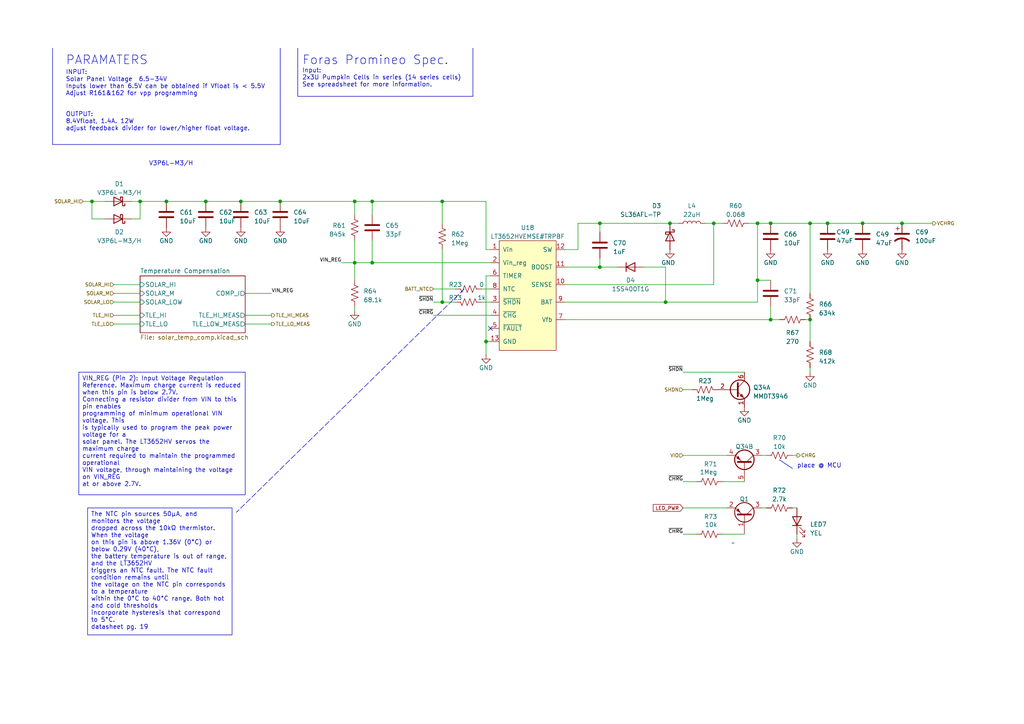
<source format=kicad_sch>
(kicad_sch (version 20230121) (generator eeschema)
  (paper "A4")
  (title_block (company "Sierra Lobo INC."))
  (lib_symbols
    (symbol "Device:C" (pin_numbers hide) (pin_names (offset 0.254))
      (property "Reference" "C" (at 0.635 2.54 0))
      (property "Value" "C" (at 0.635 -2.54 0))
      (symbol "C_0_1"
        (polyline (pts (xy -2.032 -0.762) (xy 2.032 -0.762)) (stroke (width 0.508)))
        (polyline (pts (xy -2.032 0.762) (xy 2.032 0.762)) (stroke (width 0.508)))
      )
      (symbol "C_1_1"
        (pin passive line (at 0 3.81 270) (length 2.794) (name "~") (number "1"))
        (pin passive line (at 0 -3.81 90) (length 2.794) (name "~") (number "2"))
      )
    )
    (symbol "Device:C_Polarized_US" (pin_numbers hide) (pin_names (offset 0.254) hide)
      (property "Reference" "C" (at 0.635 2.54 0))
      (property "Value" "C_Polarized_US" (at 0.635 -2.54 0))
      (symbol "C_Polarized_US_0_1"
        (polyline (pts (xy -2.032 0.762) (xy 2.032 0.762)) (stroke (width 0.508)))
        (polyline (pts (xy -1.778 2.286) (xy -0.762 2.286)))
        (polyline (pts (xy -1.27 1.778) (xy -1.27 2.794)))
        (arc (start 2.032 -1.27) (mid 0 -0.5572) (end -2.032 -1.27) (stroke (width 0.508)))
      )
      (symbol "C_Polarized_US_1_1"
        (pin passive line (at 0 3.81 270) (length 2.794) (name "~") (number "1"))
        (pin passive line (at 0 -3.81 90) (length 3.302) (name "~") (number "2"))
      )
    )
    (symbol "Device:D" (pin_numbers hide) (pin_names (offset 1.016) hide)
      (property "Reference" "D" (at 0 2.54 0))
      (property "Value" "D" (at 0 -2.54 0))
      (symbol "D_0_1"
        (polyline (pts (xy -1.27 1.27) (xy -1.27 -1.27)) (stroke (width 0.254)))
        (polyline (pts (xy 1.27 0) (xy -1.27 0)))
        (polyline (pts (xy 1.27 1.27) (xy 1.27 -1.27) (xy -1.27 0) (xy 1.27 1.27)) (stroke (width 0.254)))
      )
      (symbol "D_1_1"
        (pin passive line (at -3.81 0 0) (length 2.54) (name "K") (number "1"))
        (pin passive line (at 3.81 0 180) (length 2.54) (name "A") (number "2"))
      )
    )
    (symbol "Device:L" (pin_numbers hide) (pin_names (offset 1.016) hide)
      (property "Reference" "L" (at -1.27 0 90))
      (property "Value" "L" (at 1.905 0 90))
      (symbol "L_0_1"
        (arc (start 0 -2.54) (mid 0.6323 -1.905) (end 0 -1.27))
        (arc (start 0 -1.27) (mid 0.6323 -0.635) (end 0 0))
        (arc (start 0 0) (mid 0.6323 0.635) (end 0 1.27))
        (arc (start 0 1.27) (mid 0.6323 1.905) (end 0 2.54))
      )
      (symbol "L_1_1"
        (pin passive line (at 0 3.81 270) (length 1.27) (name "1") (number "1"))
        (pin passive line (at 0 -3.81 90) (length 1.27) (name "2") (number "2"))
      )
    )
    (symbol "Device:LED" (pin_numbers hide) (pin_names (offset 1.016) hide)
      (property "Reference" "D" (at 0 2.54 0))
      (property "Value" "LED" (at 0 -2.54 0))
      (symbol "LED_0_1"
        (polyline (pts (xy -1.27 -1.27) (xy -1.27 1.27)) (stroke (width 0.254)))
        (polyline (pts (xy -1.27 0) (xy 1.27 0)))
        (polyline (pts (xy 1.27 -1.27) (xy 1.27 1.27) (xy -1.27 0) (xy 1.27 -1.27)) (stroke (width 0.254)))
        (polyline (pts (xy -3.048 -0.762) (xy -4.572 -2.286) (xy -3.81 -2.286) (xy -4.572 -2.286) (xy -4.572 -1.524)))
        (polyline (pts (xy -1.778 -0.762) (xy -3.302 -2.286) (xy -2.54 -2.286) (xy -3.302 -2.286) (xy -3.302 -1.524)))
      )
      (symbol "LED_1_1"
        (pin passive line (at -3.81 0 0) (length 2.54) (name "K") (number "1"))
        (pin passive line (at 3.81 0 180) (length 2.54) (name "A") (number "2"))
      )
    )
    (symbol "Device:Q_PNP_BEC" (pin_names (offset 0) hide)
      (property "Reference" "Q" (at 5.08 1.27 0))
      (property "Value" "Q_PNP_BEC" (at 5.08 -1.27 0))
      (symbol "Q_PNP_BEC_0_1"
        (polyline (pts (xy 0.635 0.635) (xy 2.54 2.54)))
        (polyline (pts (xy 0.635 -0.635) (xy 2.54 -2.54) (xy 2.54 -2.54)))
        (polyline (pts (xy 0.635 1.905) (xy 0.635 -1.905) (xy 0.635 -1.905)) (stroke (width 0.508)))
        (polyline (pts (xy 2.286 -1.778) (xy 1.778 -2.286) (xy 1.27 -1.27) (xy 2.286 -1.778) (xy 2.286 -1.778)) (fill (type outline)))
        (circle (center 1.27 0) (radius 2.8194) (stroke (width 0.254)))
      )
      (symbol "Q_PNP_BEC_1_1"
        (pin input line (at -5.08 0 0) (length 5.715) (name "B") (number "1"))
        (pin passive line (at 2.54 -5.08 90) (length 2.54) (name "E") (number "2"))
        (pin passive line (at 2.54 5.08 270) (length 2.54) (name "C") (number "3"))
      )
    )
    (symbol "Device:R_US" (pin_numbers hide) (pin_names (offset 0))
      (property "Reference" "R" (at 2.54 0 90))
      (property "Value" "R_US" (at -2.54 0 90))
      (symbol "R_US_0_1"
        (polyline (pts (xy 0 -2.286) (xy 0 -2.54)))
        (polyline (pts (xy 0 2.286) (xy 0 2.54)))
        (polyline (pts (xy 0 -0.762) (xy 1.016 -1.143) (xy 0 -1.524) (xy -1.016 -1.905) (xy 0 -2.286)))
        (polyline (pts (xy 0 0.762) (xy 1.016 0.381) (xy 0 0) (xy -1.016 -0.381) (xy 0 -0.762)))
        (polyline (pts (xy 0 2.286) (xy 1.016 1.905) (xy 0 1.524) (xy -1.016 1.143) (xy 0 0.762)))
      )
      (symbol "R_US_1_1"
        (pin passive line (at 0 3.81 270) (length 1.27) (name "~") (number "1"))
        (pin passive line (at 0 -3.81 90) (length 1.27) (name "~") (number "2"))
      )
    )
    (symbol "SierraLobo:LTC3652HV" (pin_names (offset 1.016))
      (property "Reference" "U" (at 0 3.81 0))
      (property "Value" "LTC3652HV" (at 0 1.27 0))
      (symbol "LTC3652HV_0_1"
        (rectangle (start -8.89 0) (end 7.62 -31.75) (fill (type background)))
      )
      (symbol "LTC3652HV_1_1"
        (pin input line (at -11.43 -2.54 0) (length 2.54) (name "Vin") (number "1"))
        (pin input line (at 10.16 -12.7 180) (length 2.54) (name "SENSE") (number "10"))
        (pin input line (at 10.16 -7.62 180) (length 2.54) (name "BOOST") (number "11"))
        (pin input line (at 10.16 -2.54 180) (length 2.54) (name "SW") (number "12"))
        (pin input line (at -11.43 -29.21 0) (length 2.54) (name "GND") (number "13"))
        (pin input line (at -11.43 -6.35 0) (length 2.54) (name "Vin_reg") (number "2"))
        (pin input line (at -11.43 -17.78 0) (length 2.54) (name "~{SHDN}") (number "3"))
        (pin input line (at -11.43 -21.59 0) (length 2.54) (name "~{CHG}") (number "4"))
        (pin input line (at -11.43 -25.4 0) (length 2.54) (name "~{FAULT}") (number "5"))
        (pin input line (at -11.43 -10.16 0) (length 2.54) (name "TIMER") (number "6"))
        (pin input line (at 10.16 -22.86 180) (length 2.54) (name "Vfb") (number "7"))
        (pin input line (at -11.43 -13.97 0) (length 2.54) (name "NTC") (number "8"))
        (pin input line (at 10.16 -17.78 180) (length 2.54) (name "BAT") (number "9"))
      )
    )
    (symbol "Transistor_BJT:MMDT3946" (pin_names (offset 0) hide)
      (property "Reference" "Q" (at 5.08 1.27 0))
      (property "Value" "MMDT3946" (at 5.08 -1.27 0))
      (symbol "MMDT3946_0_1"
        (polyline (pts (xy 0.635 0) (xy -2.54 0)))
        (circle (center 1.27 0) (radius 2.8194) (stroke (width 0.254)))
        (circle (center 1.27 0) (radius 2.8194) (stroke (width 0.254)))
      )
      (symbol "MMDT3946_1_1"
        (polyline (pts (xy 0.635 0.635) (xy 2.54 2.54)))
        (polyline (pts (xy 0.635 -0.635) (xy 2.54 -2.54) (xy 2.54 -2.54)))
        (polyline (pts (xy 0.635 1.905) (xy 0.635 -1.905) (xy 0.635 -1.905)) (stroke (width 0.508)))
        (polyline (pts (xy 1.27 -1.778) (xy 1.778 -1.27) (xy 2.286 -2.286) (xy 1.27 -1.778) (xy 1.27 -1.778)) (fill (type outline)))
        (pin passive line (at 2.54 -5.08 90) (length 2.54) (name "E1") (number "1"))
        (pin input line (at -5.08 0 0) (length 2.54) (name "B1") (number "2"))
        (pin passive line (at 2.54 5.08 270) (length 2.54) (name "C1") (number "6"))
      )
      (symbol "MMDT3946_2_1"
        (polyline (pts (xy 0.635 0.635) (xy 2.54 2.54)))
        (polyline (pts (xy 0.635 -0.635) (xy 2.54 -2.54) (xy 2.54 -2.54)))
        (polyline (pts (xy 0.635 1.905) (xy 0.635 -1.905) (xy 0.635 -1.905)) (stroke (width 0.508)))
        (polyline (pts (xy 2.286 -1.778) (xy 1.778 -2.286) (xy 1.27 -1.27) (xy 2.286 -1.778) (xy 2.286 -1.778)) (fill (type outline)))
        (pin passive line (at 2.54 5.08 270) (length 2.54) (name "C2") (number "3"))
        (pin passive line (at 2.54 -5.08 90) (length 2.54) (name "E2") (number "4"))
        (pin input line (at -5.08 0 0) (length 2.54) (name "B2") (number "5"))
      )
    )
    (symbol "mainboard-rescue:D_Schottky-Device-mainboard-rescue" (pin_numbers hide) (pin_names (offset 1.016) hide)
      (property "Reference" "D" (at 0 2.54 0))
      (property "Value" "D_Schottky-Device-mainboard-rescue" (at 0 -2.54 0))
      (symbol "D_Schottky-Device-mainboard-rescue_0_1"
        (polyline (pts (xy 1.27 0) (xy -1.27 0)))
        (polyline (pts (xy 1.27 1.27) (xy 1.27 -1.27) (xy -1.27 0) (xy 1.27 1.27)) (stroke (width 0.254)))
        (polyline (pts (xy -1.905 0.635) (xy -1.905 1.27) (xy -1.27 1.27) (xy -1.27 -1.27) (xy -0.635 -1.27) (xy -0.635 -0.635)) (stroke (width 0.254)))
      )
      (symbol "D_Schottky-Device-mainboard-rescue_1_1"
        (pin passive line (at -3.81 0 0) (length 2.54) (name "K") (number "1"))
        (pin passive line (at 3.81 0 180) (length 2.54) (name "A") (number "2"))
      )
    )
    (symbol "power:GND" (power) (pin_names (offset 0))
      (property "Value" "GND" (at 0 -3.81 0))
      (symbol "GND_0_1"
        (polyline (pts (xy 0 0) (xy 0 -1.27) (xy 1.27 -1.27) (xy 0 -2.54) (xy -1.27 -1.27) (xy 0 -1.27)))
      )
      (symbol "GND_1_1"
        (pin power_in line (at 0 0 270) (length 0) hide (name "GND") (number "1"))
      )
    )
  )
  (junction (at 102.87 58.42))
  (junction (at 240.03 64.77))
  (junction (at 261.62 64.77))
  (junction (at 140.97 99.06))
  (junction (at 234.95 64.77))
  (junction (at 173.99 77.47))
  (junction (at 193.04 87.63))
  (junction (at 250.19 64.77))
  (junction (at 207.01 64.77))
  (junction (at 40.64 58.42))
  (junction (at 223.52 64.77))
  (junction (at 128.27 58.42))
  (junction (at 26.67 58.42))
  (junction (at 219.71 81.28))
  (junction (at 69.85 58.42))
  (junction (at 173.99 64.77))
  (junction (at 219.71 64.77))
  (junction (at 223.52 92.71))
  (junction (at 194.31 64.77))
  (junction (at 107.95 76.2))
  (junction (at 102.87 76.2))
  (junction (at 128.27 87.63))
  (junction (at 81.28 58.42))
  (junction (at 59.69 58.42))
  (junction (at 48.26 58.42))
  (junction (at 107.95 58.42))
  (junction (at 234.95 92.71))
  (no_connect (at 142.24 95.25))
  (wire (pts (xy 186.69 77.47) (xy 193.04 77.47)))
  (wire (pts (xy 140.97 72.39) (xy 142.24 72.39)))
  (wire (pts (xy 179.07 77.47) (xy 173.99 77.47)))
  (wire (pts (xy 139.7 83.82) (xy 142.24 83.82)))
  (wire (pts (xy 33.02 82.55) (xy 40.64 82.55)))
  (wire (pts (xy 102.87 81.28) (xy 102.87 76.2)))
  (polyline (pts (xy 15.24 13.97) (xy 15.24 41.91)))
  (wire (pts (xy 207.01 82.55) (xy 207.01 64.77)))
  (polyline (pts (xy 86.36 13.97) (xy 86.36 27.94)))
  (wire (pts (xy 102.87 58.42) (xy 107.95 58.42)))
  (wire (pts (xy 173.99 64.77) (xy 167.64 64.77)))
  (wire (pts (xy 198.12 107.95) (xy 215.9 107.95)))
  (wire (pts (xy 140.97 80.01) (xy 140.97 99.06)))
  (wire (pts (xy 163.83 87.63) (xy 193.04 87.63)))
  (wire (pts (xy 59.69 58.42) (xy 69.85 58.42)))
  (wire (pts (xy 167.64 72.39) (xy 163.83 72.39)))
  (wire (pts (xy 219.71 64.77) (xy 217.17 64.77)))
  (wire (pts (xy 107.95 58.42) (xy 107.95 62.23)))
  (wire (pts (xy 107.95 69.85) (xy 107.95 76.2)))
  (wire (pts (xy 163.83 77.47) (xy 173.99 77.47)))
  (wire (pts (xy 223.52 92.71) (xy 226.06 92.71)))
  (wire (pts (xy 198.12 113.03) (xy 200.66 113.03)))
  (wire (pts (xy 128.27 87.63) (xy 132.08 87.63)))
  (wire (pts (xy 99.06 76.2) (xy 102.87 76.2)))
  (wire (pts (xy 40.64 58.42) (xy 48.26 58.42)))
  (wire (pts (xy 219.71 64.77) (xy 223.52 64.77)))
  (wire (pts (xy 132.08 83.82) (xy 125.73 83.82)))
  (wire (pts (xy 107.95 58.42) (xy 128.27 58.42)))
  (wire (pts (xy 38.1 58.42) (xy 40.64 58.42)))
  (polyline (pts (xy 134.62 83.82) (xy 68.58 148.59)) (stroke (width 0) (type dash)))
  (wire (pts (xy 234.95 64.77) (xy 240.03 64.77)))
  (wire (pts (xy 140.97 72.39) (xy 140.97 58.42)))
  (wire (pts (xy 33.02 85.09) (xy 40.64 85.09)))
  (wire (pts (xy 163.83 92.71) (xy 223.52 92.71)))
  (wire (pts (xy 222.25 132.08) (xy 220.98 132.08)))
  (wire (pts (xy 71.12 85.09) (xy 78.74 85.09)))
  (wire (pts (xy 26.67 58.42) (xy 30.48 58.42)))
  (wire (pts (xy 128.27 58.42) (xy 140.97 58.42)))
  (wire (pts (xy 198.12 154.94) (xy 201.93 154.94)))
  (wire (pts (xy 220.98 147.32) (xy 222.25 147.32)))
  (polyline (pts (xy 15.24 41.91) (xy 81.28 41.91)))
  (wire (pts (xy 71.12 93.98) (xy 78.74 93.98)))
  (wire (pts (xy 193.04 87.63) (xy 219.71 87.63)))
  (wire (pts (xy 204.47 64.77) (xy 207.01 64.77)))
  (wire (pts (xy 139.7 87.63) (xy 142.24 87.63)))
  (wire (pts (xy 231.14 156.21) (xy 231.14 154.94)))
  (wire (pts (xy 102.87 69.85) (xy 102.87 76.2)))
  (wire (pts (xy 33.02 91.44) (xy 40.64 91.44)))
  (wire (pts (xy 48.26 58.42) (xy 59.69 58.42)))
  (wire (pts (xy 240.03 64.77) (xy 250.19 64.77)))
  (wire (pts (xy 198.12 139.7) (xy 201.93 139.7)))
  (wire (pts (xy 219.71 87.63) (xy 219.71 81.28)))
  (wire (pts (xy 71.12 91.44) (xy 78.74 91.44)))
  (wire (pts (xy 24.13 58.42) (xy 26.67 58.42)))
  (wire (pts (xy 102.87 90.17) (xy 102.87 88.9)))
  (wire (pts (xy 198.12 147.32) (xy 210.82 147.32)))
  (wire (pts (xy 231.14 132.08) (xy 229.87 132.08)))
  (wire (pts (xy 261.62 64.77) (xy 270.51 64.77)))
  (wire (pts (xy 125.73 91.44) (xy 142.24 91.44)))
  (wire (pts (xy 173.99 74.93) (xy 173.99 77.47)))
  (wire (pts (xy 234.95 107.95) (xy 234.95 106.68)))
  (wire (pts (xy 69.85 58.42) (xy 81.28 58.42)))
  (wire (pts (xy 38.1 63.5) (xy 40.64 63.5)))
  (wire (pts (xy 167.64 64.77) (xy 167.64 72.39)))
  (wire (pts (xy 102.87 76.2) (xy 107.95 76.2)))
  (wire (pts (xy 40.64 63.5) (xy 40.64 58.42)))
  (wire (pts (xy 219.71 81.28) (xy 223.52 81.28)))
  (wire (pts (xy 125.73 87.63) (xy 128.27 87.63)))
  (wire (pts (xy 219.71 81.28) (xy 219.71 64.77)))
  (polyline (pts (xy 226.06 133.35) (xy 229.87 135.89)))
  (wire (pts (xy 173.99 67.31) (xy 173.99 64.77)))
  (wire (pts (xy 231.14 147.32) (xy 229.87 147.32)))
  (wire (pts (xy 163.83 82.55) (xy 207.01 82.55)))
  (wire (pts (xy 107.95 76.2) (xy 142.24 76.2)))
  (polyline (pts (xy 137.16 13.97) (xy 137.16 27.94)))
  (wire (pts (xy 234.95 64.77) (xy 234.95 85.09)))
  (wire (pts (xy 250.19 64.77) (xy 261.62 64.77)))
  (wire (pts (xy 140.97 99.06) (xy 140.97 102.87)))
  (wire (pts (xy 223.52 88.9) (xy 223.52 92.71)))
  (wire (pts (xy 33.02 87.63) (xy 40.64 87.63)))
  (wire (pts (xy 102.87 58.42) (xy 102.87 62.23)))
  (polyline (pts (xy 86.36 27.94) (xy 137.16 27.94)))
  (wire (pts (xy 209.55 139.7) (xy 215.9 139.7)))
  (wire (pts (xy 233.68 92.71) (xy 234.95 92.71)))
  (wire (pts (xy 81.28 58.42) (xy 102.87 58.42)))
  (polyline (pts (xy 81.28 13.97) (xy 81.28 41.91)))
  (wire (pts (xy 196.85 64.77) (xy 194.31 64.77)))
  (wire (pts (xy 128.27 58.42) (xy 128.27 64.77)))
  (wire (pts (xy 140.97 80.01) (xy 142.24 80.01)))
  (wire (pts (xy 207.01 64.77) (xy 209.55 64.77)))
  (wire (pts (xy 223.52 64.77) (xy 234.95 64.77)))
  (wire (pts (xy 140.97 99.06) (xy 142.24 99.06)))
  (wire (pts (xy 209.55 154.94) (xy 215.9 154.94)))
  (wire (pts (xy 26.67 58.42) (xy 26.67 63.5)))
  (wire (pts (xy 173.99 64.77) (xy 194.31 64.77)))
  (wire (pts (xy 193.04 77.47) (xy 193.04 87.63)))
  (wire (pts (xy 26.67 63.5) (xy 30.48 63.5)))
  (wire (pts (xy 198.12 132.08) (xy 210.82 132.08)))
  (wire (pts (xy 234.95 92.71) (xy 234.95 99.06)))
  (wire (pts (xy 128.27 72.39) (xy 128.27 87.63)))
  (wire (pts (xy 33.02 93.98) (xy 40.64 93.98)))
  (text_box "The NTC pin sources 50µA, and monitors the voltage\ndropped across the 10kΩ thermistor. When the voltage\non this pin is above 1.36V (0°C) or below 0.29V (40°C),\nthe battery temperature is out of range, and the LT3652HV\ntriggers an NTC fault. The NTC fault condition remains until\nthe voltage on the NTC pin corresponds to a temperature\nwithin the 0°C to 40°C range. Both hot and cold thresholds\nincorporate hysteresis that correspond to 5°C.\ndatasheet pg. 19" (at 25.4 147.32 0) (size 41.91 36.83) (effects (font (size 1.27 1.27)) (justify left top)))
  (text_box "VIN_REG (Pin 2): Input Voltage Regulation Reference. Maximum charge current is reduced when this pin is below 2.7V.\nConnecting a resistor divider from VIN to this pin enables\nprogramming of minimum operational VIN voltage. This\nis typically used to program the peak power voltage for a\nsolar panel. The LT3652HV servos the maximum charge\ncurrent required to maintain the programmed operational\nVIN voltage, through maintaining the voltage on VIN_REG\nat or above 2.7V." (at 22.86 107.95 0) (size 48.26 35.56) (effects (font (size 1.27 1.27)) (justify left top)))
  (text "OUTPUT:\n8.4Vfloat, 1.4A. 12W\nadjust feedback divider for lower/higher float voltage.\n" (at 19.05 38.1 0) (effects (font (size 1.27 1.27)) (justify left bottom)))
  (text "INPUT:\nSolar Panel Voltage  6.5-34V\nInputs lower than 6.5V can be obtained if Vfloat is < 5.5V\nAdjust R161&162 for vpp programming" (at 19.05 27.94 0) (effects (font (size 1.27 1.27)) (justify left bottom)))
  (text "Foras Promineo Spec." (at 87.63 19.05 0) (effects (font (size 2.54 2.54)) (justify left bottom)))
  (text "PARAMATERS" (at 19.05 19.05 0) (effects (font (size 2.54 2.54)) (justify left bottom)))
  (text "place @ MCU" (at 231.14 135.89 0) (effects (font (size 1.27 1.27)) (justify left bottom)))
  (text "V3P6L-M3/H\n" (at 43.18 48.26 0) (effects (font (size 1.27 1.27)) (justify left bottom)))
  (text "Input:\n2x3U Pumpkin Cells in series (14 series cells)\nSee spreadsheet for more information." (at 87.63 25.4 0) (effects (font (size 1.27 1.27)) (justify left bottom)))
  (label "~{CHRG}" (at 198.12 154.94 180) (effects (font (size 1.016 1.016))))
  (label "~{CHRG}" (at 125.73 91.44 180) (effects (font (size 1.016 1.016))))
  (label "VIN_REG" (at 78.74 85.09 0) (effects (font (size 1.016 1.016))))
  (label "~{SHDN}" (at 198.12 107.95 180) (effects (font (size 1.016 1.016))))
  (label "VIN_REG" (at 99.06 76.2 180) (effects (font (size 1.016 1.016))))
  (label "~{SHDN}" (at 125.73 87.63 180) (effects (font (size 1.016 1.016))))
  (label "~{CHRG}" (at 198.12 139.7 180) (effects (font (size 1.016 1.016))))
  (global_label "LED_PWR" (shape input) (at 198.12 147.32 180) (effects (font (size 1.016 1.016))) (property "Intersheetrefs" "${INTERSHEET_REFS}" (effects hide)))
  (hierarchical_label "SOLAR_LO" (shape input) (at 33.02 87.63 180) (effects (font (size 1.016 1.016))))
  (hierarchical_label "CHRG" (shape output) (at 231.14 132.08 0) (effects (font (size 1.016 1.016))))
  (hierarchical_label "SOLAR_HI" (shape input) (at 33.02 82.55 180) (effects (font (size 1.016 1.016))))
  (hierarchical_label "SHDN" (shape input) (at 198.12 113.03 180) (effects (font (size 1.016 1.016))))
  (hierarchical_label "SOLAR_M" (shape input) (at 33.02 85.09 180) (effects (font (size 1.016 1.016))))
  (hierarchical_label "TLE_LO" (shape input) (at 33.02 93.98 180) (effects (font (size 1.016 1.016))))
  (hierarchical_label "TLE_HI" (shape input) (at 33.02 91.44 180) (effects (font (size 1.016 1.016))))
  (hierarchical_label "VCHRG" (shape output) (at 270.51 64.77 0) (effects (font (size 1.016 1.016))))
  (hierarchical_label "TLE_HI_MEAS" (shape output) (at 78.74 91.44 0) (effects (font (size 1.016 1.016))))
  (hierarchical_label "SOLAR_HI" (shape input) (at 24.13 58.42 180) (effects (font (size 1.016 1.016))))
  (hierarchical_label "VIO" (shape input) (at 198.12 132.08 180) (effects (font (size 1.016 1.016))))
  (hierarchical_label "TLE_LO_MEAS" (shape output) (at 78.74 93.98 0) (effects (font (size 1.016 1.016))))
  (hierarchical_label "BATT_NTC" (shape input) (at 125.73 83.82 180) (effects (font (size 1.016 1.016))))
  (symbol (lib_id "SierraLobo:LTC3652HV") (at 153.67 69.85 0) (unit 1)
    (property "Reference" "U18" (at 153.035 66.04 0))
    (property "Value" "‎LT3652HVEMSE#TRPBF‎" (at 153.035 68.58 0))
    (property "Footprint" "Package_SO:MSOP-12-1EP_3x4mm_P0.65mm_EP1.65x2.85mm_ThermalVias" (effects hide))
  )
  (symbol (lib_id "Device:C") (at 48.26 62.23 0) (unit 1)
    (property "Reference" "C61" (at 52.07 61.595 0) (effects (justify left)))
    (property "Value" "10uF" (at 52.07 64.135 0) (effects (justify left)))
    (property "Footprint" "Capacitor_SMD:C_1210_3225Metric" (effects hide))
    (property "Datasheet" "CNA6P1X7R1H106K250AE" (effects hide))
  )
  (symbol (lib_id "power:GND") (at 48.26 66.04 0) (unit 1)
    (property "Reference" "#PWR098" (effects hide))
    (property "Value" "GND" (at 48.26 69.85 0))
  )
  (symbol (lib_id "Device:R_US") (at 102.87 66.04 0) (unit 1)
    (property "Reference" "R61" (at 100.33 65.405 0) (effects (justify right)))
    (property "Value" "845k" (at 100.33 67.945 0) (effects (justify right)))
    (property "Footprint" "Resistor_SMD:R_0603_1608Metric" (effects hide))
  )
  (symbol (lib_id "Device:R_US") (at 102.87 85.09 0) (unit 1)
    (property "Reference" "R64" (at 105.41 84.455 0) (effects (justify left)))
    (property "Value" "68.1k" (at 105.41 86.995 0) (effects (justify left)))
    (property "Footprint" "Resistor_SMD:R_0603_1608Metric" (effects hide))
  )
  (symbol (lib_id "power:GND") (at 140.97 102.87 0) (unit 1)
    (property "Reference" "#PWR0108" (effects hide))
    (property "Value" "GND" (at 140.97 106.68 0))
  )
  (symbol (lib_id "Device:C") (at 173.99 71.12 0) (unit 1)
    (property "Reference" "C70" (at 177.8 70.485 0) (effects (justify left)))
    (property "Value" "1uF" (at 177.8 73.025 0) (effects (justify left)))
    (property "Footprint" "Capacitor_SMD:C_0603_1608Metric" (effects hide))
  )
  (symbol (lib_id "mainboard-rescue:D_Schottky-Device-mainboard-rescue") (at 194.31 68.58 270) (unit 1)
    (property "Reference" "D3" (at 191.77 59.69 90) (effects (justify right)))
    (property "Value" "SL36AFL-TP" (at 191.77 62.23 90) (effects (justify right)))
    (property "Footprint" "Diode_SMD:D_SMA" (effects hide))
    (property "Datasheet" "SL36AFL-TP" (effects hide))
  )
  (symbol (lib_id "Device:L") (at 200.66 64.77 270) (mirror x) (unit 1)
    (property "Reference" "L4" (at 200.66 59.69 90))
    (property "Value" "22uH" (at 200.66 62.23 90))
    (property "Footprint" "Inductor_SMD:L_Coilcraft_XAL6060-XXX" (effects hide))
    (property "Datasheet" "XGL6060-223MEC" (effects hide))
  )
  (symbol (lib_id "power:GND") (at 194.31 72.39 0) (unit 1)
    (property "Reference" "#PWR0102" (effects hide))
    (property "Value" "GND" (at 191.77 76.2 0) (effects (justify left)))
  )
  (symbol (lib_id "Device:R_US") (at 213.36 64.77 270) (unit 1)
    (property "Reference" "R60" (at 213.36 59.69 90))
    (property "Value" "0.068" (at 213.36 62.23 90))
    (property "Footprint" "Resistor_SMD:R_1206_3216Metric" (effects hide))
  )
  (symbol (lib_id "Device:R_US") (at 234.95 88.9 0) (unit 1)
    (property "Reference" "R66" (at 237.49 88.265 0) (effects (justify left)))
    (property "Value" "634k" (at 237.49 90.805 0) (effects (justify left)))
    (property "Footprint" "Resistor_SMD:R_0603_1608Metric" (effects hide))
  )
  (symbol (lib_id "Device:R_US") (at 234.95 102.87 0) (unit 1)
    (property "Reference" "R68" (at 237.49 102.235 0) (effects (justify left)))
    (property "Value" "412k" (at 237.49 104.775 0) (effects (justify left)))
    (property "Footprint" "Resistor_SMD:R_0603_1608Metric" (effects hide))
  )
  (symbol (lib_id "Device:C") (at 223.52 68.58 0) (unit 1)
    (property "Reference" "C66" (at 227.33 67.945 0) (effects (justify left)))
    (property "Value" "10uF" (at 227.33 70.485 0) (effects (justify left)))
    (property "Footprint" "Capacitor_SMD:C_1206_3216Metric" (effects hide))
    (property "Datasheet" "CL31B106KAHVPNE" (effects hide))
  )
  (symbol (lib_id "Device:D") (at 182.88 77.47 0) (unit 1)
    (property "Reference" "D4" (at 182.88 81.28 0))
    (property "Value" "1SS400T1G" (at 182.88 83.82 0))
    (property "Footprint" "Diode_SMD:D_SOD-523" (effects hide))
    (property "Sim.Device" "D" (effects hide))
    (property "Sim.Pins" "1=K 2=A" (effects hide))
  )
  (symbol (lib_id "Device:C") (at 59.69 62.23 0) (unit 1)
    (property "Reference" "C62" (at 63.5 61.595 0) (effects (justify left)))
    (property "Value" "10uF" (at 63.5 64.135 0) (effects (justify left)))
    (property "Footprint" "Capacitor_SMD:C_1210_3225Metric" (effects hide))
    (property "Datasheet" "CNA6P1X7R1H106K250AE" (effects hide))
  )
  (symbol (lib_id "power:GND") (at 59.69 66.04 0) (unit 1)
    (property "Reference" "#PWR099" (effects hide))
    (property "Value" "GND" (at 59.69 69.85 0))
  )
  (symbol (lib_id "Device:C") (at 69.85 62.23 0) (unit 1)
    (property "Reference" "C63" (at 73.66 61.595 0) (effects (justify left)))
    (property "Value" "10uF" (at 73.66 64.135 0) (effects (justify left)))
    (property "Footprint" "Capacitor_SMD:C_1210_3225Metric" (effects hide))
    (property "Datasheet" "CNA6P1X7R1H106K250AE" (effects hide))
  )
  (symbol (lib_id "power:GND") (at 69.85 66.04 0) (unit 1)
    (property "Reference" "#PWR0100" (effects hide))
    (property "Value" "GND" (at 69.85 69.85 0))
  )
  (symbol (lib_id "Device:C") (at 81.28 62.23 0) (unit 1)
    (property "Reference" "C64" (at 85.09 61.595 0) (effects (justify left)))
    (property "Value" "10uF" (at 85.09 64.135 0) (effects (justify left)))
    (property "Footprint" "Capacitor_SMD:C_1210_3225Metric" (effects hide))
    (property "Datasheet" "CNA6P1X7R1H106K250AE" (effects hide))
  )
  (symbol (lib_id "power:GND") (at 81.28 66.04 0) (unit 1)
    (property "Reference" "#PWR0101" (effects hide))
    (property "Value" "GND" (at 81.28 69.85 0))
  )
  (symbol (lib_id "mainboard-rescue:D_Schottky-Device-mainboard-rescue") (at 34.29 58.42 180) (unit 1)
    (property "Reference" "D1" (at 34.6075 53.34 0))
    (property "Value" "V3P6L-M3/H" (at 34.6075 55.88 0))
    (property "Footprint" "SierraLobo:SMP" (effects hide))
    (property "Datasheet" "V3P6L-M3/H" (effects hide))
  )
  (symbol (lib_id "Device:C") (at 240.03 68.58 0) (unit 1)
    (property "Reference" "C49" (at 242.57 67.31 0) (effects (justify left)))
    (property "Value" "47uF" (at 242.57 69.85 0) (effects (justify left)))
    (property "Footprint" "Capacitor_SMD:C_1206_3216Metric" (effects hide))
    (property "Datasheet" "C3216X5R1E476M160AC" (effects hide))
    (instances (project "mainboard" (path "" (reference "C49") (unit 1)) (path "" (reference "C67") (unit 1))))
  )
  (symbol (lib_id "Device:R_US") (at 205.74 139.7 90) (unit 1)
    (property "Reference" "R71" (at 208.0686 134.62 90) (effects (justify left)))
    (property "Value" "1Meg" (at 208.0686 136.9314 90) (effects (justify left)))
    (property "Footprint" "Resistor_SMD:R_0603_1608Metric" (effects hide))
  )
  (symbol (lib_id "Device:R_US") (at 128.27 68.58 0) (unit 1)
    (property "Reference" "R62" (at 130.81 67.945 0) (effects (justify left)))
    (property "Value" "1Meg" (at 130.81 70.485 0) (effects (justify left)))
    (property "Footprint" "Resistor_SMD:R_0603_1608Metric" (effects hide))
  )
  (symbol (lib_id "power:GND") (at 102.87 90.17 0) (unit 1)
    (property "Reference" "#PWR0107" (effects hide))
    (property "Value" "GND" (at 102.87 93.98 0))
  )
  (symbol (lib_id "power:GND") (at 261.62 72.39 0) (unit 1)
    (property "Reference" "#PWR0106" (effects hide))
    (property "Value" "GND" (at 261.62 76.2 0))
  )
  (symbol (lib_id "power:GND") (at 215.9 118.11 0) (unit 1)
    (property "Reference" "#PWR0110" (effects hide))
    (property "Value" "GND" (at 215.9 121.92 0))
  )
  (symbol (lib_id "Transistor_BJT:MMDT3946") (at 213.36 113.03 0) (unit 1)
    (property "Reference" "Q34" (at 218.44 112.395 0) (effects (justify left)))
    (property "Value" "MMDT3946" (at 218.44 114.935 0) (effects (justify left)))
    (property "Footprint" "Package_TO_SOT_SMD:SOT-363_SC-70-6" (effects hide))
    (property "Datasheet" "http://www.diodes.com/_files/datasheets/ds30123.pdf" (effects hide))
    (instances (project "mainboard" (path "" (reference "Q34") (unit 1)) (path "" (reference "Q19") (unit 1)) (path "" (reference "Q33") (unit 1)) (path "" (reference "Q35") (unit 1)) (path "" (reference "Q46") (unit 1)) (path "" (reference "Q4") (unit 1))))
  )
  (symbol (lib_id "mainboard-rescue:D_Schottky-Device-mainboard-rescue") (at 34.29 63.5 180) (unit 1)
    (property "Reference" "D2" (at 34.6075 67.31 0))
    (property "Value" "V3P6L-M3/H" (at 34.6075 69.85 0))
    (property "Footprint" "SierraLobo:SMP" (effects hide))
    (property "Datasheet" "V3P6L-M3/H" (effects hide))
  )
  (symbol (lib_id "Device:R_US") (at 226.06 147.32 90) (unit 1)
    (property "Reference" "R72" (at 226.06 142.24 90))
    (property "Value" "2.7k" (at 226.06 144.78 90))
    (property "Footprint" "Resistor_SMD:R_0603_1608Metric" (effects hide))
  )
  (symbol (lib_id "Device:C_Polarized_US") (at 261.62 68.58 0) (unit 1)
    (property "Reference" "C69" (at 265.43 67.31 0) (effects (justify left)))
    (property "Value" "100uF" (at 265.43 69.85 0) (effects (justify left)))
    (property "Footprint" "Capacitor_Tantalum_SMD:CP_EIA-7343-20_Kemet-V" (effects hide))
    (property "Datasheet" "TR3D107K020C0080" (effects hide))
  )
  (symbol (lib_id "power:GND") (at 231.14 156.21 0) (unit 1)
    (property "Reference" "#PWR0111" (effects hide))
    (property "Value" "GND" (at 231.14 160.02 0))
  )
  (symbol (lib_id "power:GND") (at 234.95 107.95 0) (unit 1)
    (property "Reference" "#PWR0109" (effects hide))
    (property "Value" "GND" (at 234.95 111.76 0))
  )
  (symbol (lib_id "Device:R_US") (at 135.89 83.82 270) (mirror x) (unit 1)
    (property "Reference" "R23" (at 132.08 82.55 90))
    (property "Value" "0" (at 139.7 82.55 90))
    (property "Footprint" "Resistor_SMD:R_0603_1608Metric" (effects hide))
    (instances (project "mainboard" (path "" (reference "R23") (unit 1)) (path "" (reference "R63") (unit 1))))
  )
  (symbol (lib_id "Device:R_US") (at 229.87 92.71 90) (unit 1)
    (property "Reference" "R67" (at 229.87 96.52 90))
    (property "Value" "270" (at 229.87 99.06 90))
    (property "Footprint" "Resistor_SMD:R_0603_1608Metric" (effects hide))
  )
  (symbol (lib_id "Device:LED") (at 231.14 151.13 90) (unit 1)
    (property "Reference" "LED7" (at 234.95 152.0825 90) (effects (justify right)))
    (property "Value" "YEL" (at 234.95 154.6225 90) (effects (justify right)))
    (property "Footprint" "LED_SMD:LED_0603_1608Metric" (effects hide))
  )
  (symbol (lib_id "Device:Q_PNP_BEC") (at 215.9 149.86 270) (mirror x) (unit 1)
    (property "Reference" "Q1" (at 215.9 144.78 90))
    (property "Value" "~" (at 212.09 157.48 90) (effects (justify left)))
    (property "Footprint" "Package_TO_SOT_SMD:SOT-323_SC-70" (effects hide))
    (instances (project "mainboard" (path "" (reference "Q1") (unit 1)) (path "" (reference "Q11") (unit 1)) (path "" (reference "Q5") (unit 1))))
  )
  (symbol (lib_id "Device:C") (at 250.19 68.58 0) (unit 1)
    (property "Reference" "C49" (at 254 67.945 0) (effects (justify left)))
    (property "Value" "47uF" (at 254 70.485 0) (effects (justify left)))
    (property "Footprint" "Capacitor_SMD:C_1206_3216Metric" (effects hide))
    (property "Datasheet" "C3216X5R1E476M160AC" (effects hide))
    (instances (project "mainboard" (path "" (reference "C49") (unit 1)) (path "" (reference "C68") (unit 1))))
  )
  (symbol (lib_id "power:GND") (at 223.52 72.39 0) (unit 1)
    (property "Reference" "#PWR0103" (effects hide))
    (property "Value" "GND" (at 223.52 76.2 0))
  )
  (symbol (lib_id "power:GND") (at 250.19 72.39 0) (unit 1)
    (property "Reference" "#PWR0105" (effects hide))
    (property "Value" "GND" (at 250.19 76.2 0))
  )
  (symbol (lib_id "Device:R_US") (at 204.47 113.03 270) (mirror x) (unit 1)
    (property "Reference" "R23" (at 204.47 110.49 90))
    (property "Value" "1Meg" (at 204.47 115.57 90))
    (property "Footprint" "Resistor_SMD:R_0603_1608Metric" (effects hide))
    (instances (project "mainboard" (path "" (reference "R23") (unit 1)) (path "" (reference "R69") (unit 1))))
  )
  (symbol (lib_id "Device:C") (at 223.52 85.09 0) (unit 1)
    (property "Reference" "C71" (at 227.33 84.455 0) (effects (justify left)))
    (property "Value" "33pF" (at 227.33 86.995 0) (effects (justify left)))
    (property "Footprint" "Capacitor_SMD:C_0603_1608Metric" (effects hide))
  )
  (symbol (lib_id "Device:R_US") (at 226.06 132.08 90) (unit 1)
    (property "Reference" "R70" (at 226.06 127 90))
    (property "Value" "10k" (at 226.06 129.54 90))
    (property "Footprint" "Resistor_SMD:R_0603_1608Metric" (effects hide))
  )
  (symbol (lib_id "Device:C") (at 107.95 66.04 0) (unit 1)
    (property "Reference" "C65" (at 111.76 65.405 0) (effects (justify left)))
    (property "Value" "33pF" (at 111.76 67.945 0) (effects (justify left)))
    (property "Footprint" "Capacitor_SMD:C_0603_1608Metric" (effects hide))
  )
  (symbol (lib_id "power:GND") (at 240.03 72.39 0) (unit 1)
    (property "Reference" "#PWR0104" (effects hide))
    (property "Value" "GND" (at 240.03 76.2 0))
  )
  (symbol (lib_id "Device:R_US") (at 205.74 154.94 90) (unit 1)
    (property "Reference" "R73" (at 208.0686 149.86 90) (effects (justify left)))
    (property "Value" "10k" (at 208.0686 152.1714 90) (effects (justify left)))
    (property "Footprint" "Resistor_SMD:R_0603_1608Metric" (effects hide))
  )
  (symbol (lib_id "Transistor_BJT:MMDT3946") (at 215.9 134.62 270) (mirror x) (unit 2)
    (property "Reference" "Q34" (at 215.9 129.54 90))
    (property "Value" "MMDT3946" (effects hide))
    (property "Footprint" "Package_TO_SOT_SMD:SOT-363_SC-70-6" (effects hide))
    (property "Datasheet" "http://www.diodes.com/_files/datasheets/ds30123.pdf" (effects hide))
    (instances (project "mainboard" (path "" (reference "Q34") (unit 2)) (path "" (reference "Q19") (unit 2)) (path "" (reference "Q33") (unit 2)) (path "" (reference "Q35") (unit 2)) (path "" (reference "Q46") (unit 2)) (path "" (reference "Q4") (unit 2))))
  )
  (symbol (lib_id "Device:R_US") (at 135.89 87.63 270) (mirror x) (unit 1)
    (property "Reference" "R23" (at 132.08 86.36 90))
    (property "Value" "1k" (at 139.7 86.36 90))
    (property "Footprint" "Resistor_SMD:R_0603_1608Metric" (effects hide))
    (instances (project "mainboard" (path "" (reference "R23") (unit 1)) (path "" (reference "R65") (unit 1))))
  )
  (sheet (at 40.64 80.01) (size 30.48 16.51) (stroke (width 0.1524))
    (property "Sheetname" "Temperature Compensation" (at 40.64 79.2984 0) (effects (justify left bottom)))
    (property "Sheetfile" "solar_temp_comp.kicad_sch" (at 40.64 97.1046 0) (effects (justify left top)))
    (pin "COMP_I" output (at 71.12 85.09 0))
    (pin "TLE_HI_MEAS" output (at 71.12 91.44 0))
    (pin "TLE_LOW_MEAS" output (at 71.12 93.98 0))
    (pin "SOLAR_HI" input (at 40.64 82.55 180))
    (pin "SOLAR_M" input (at 40.64 85.09 180))
    (pin "TLE_HI" input (at 40.64 91.44 180))
    (pin "SOLAR_LOW" input (at 40.64 87.63 180))
    (pin "TLE_LO" input (at 40.64 93.98 180))
  )
)
</source>
